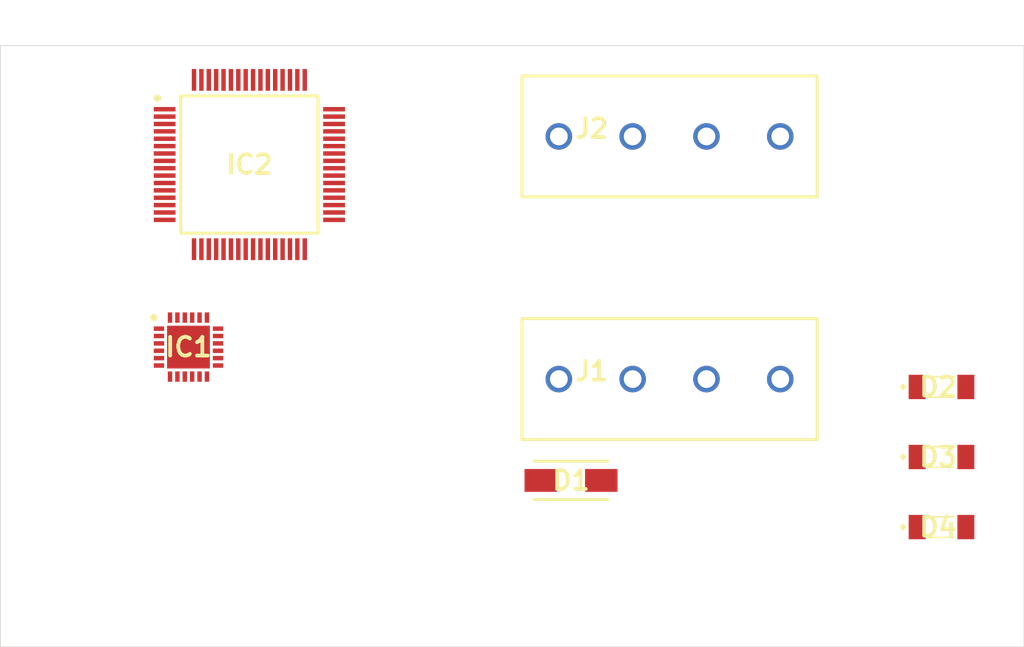
<source format=kicad_pcb>
(kicad_pcb (version 20240108) (generator "pcbnew") (generator_version "8.0")
  (layers (0 "F.Cu" signal) (31 "B.Cu" signal) (34 "B.Paste" user) (35 "F.Paste" user) (36 "B.SilkS" user "B.Silkscreen") (37 "F.SilkS" user "F.Silkscreen") (38 "B.Mask" user) (39 "F.Mask" user) (44 "Edge.Cuts" user))
  (net 0 "")
  (footprint "footprints:3-282836-2" (layer "F.Cu") (at 117.721 33.097)
    (property "Reference" "J2" (at -13.27033 8.46667 0) (layer "F.SilkS") (effects (font (size 1.27 1.27) (thickness 0.254))))
    (property "Value" "Sensor-Klemme" (hide yes))
    (fp_line (start -18 4.9) (end 2 4.9) (stroke (width 0.2)) (layer "F.SilkS"))
    (fp_line (start -18 13.1) (end -18 4.9) (stroke (width 0.2)) (layer "F.SilkS"))
    (fp_line (start 2 4.9) (end 2 13.1) (stroke (width 0.2)) (layer "F.SilkS"))
    (fp_line (start 2 13.1) (end -18 13.1) (stroke (width 0.2)) (layer "F.SilkS"))
    (pad "1" thru_hole circle (at -15.5 9) (size 1.8 1.8) (drill 1.2) (layers "*.Cu" "*.Mask"))
    (pad "2" thru_hole circle (at -10.5 9) (size 1.8 1.8) (drill 1.2) (layers "*.Cu" "*.Mask"))
    (pad "3" thru_hole circle (at -5.5 9) (size 1.8 1.8) (drill 1.2) (layers "*.Cu" "*.Mask"))
    (pad "4" thru_hole circle (at -0.5 9) (size 1.8 1.8) (drill 1.2) (layers "*.Cu" "*.Mask"))
  )
  (footprint "footprints:FDLL4448" (layer "F.Cu") (at 128.144 63.83)
    (property "Reference" "D3" (at -0.237 0 0) (layer "F.SilkS") (effects (font (size 1.27 1.27) (thickness 0.254))))
    (property "Value" "LL4148" (hide yes))
    (fp_line (start -2.6 -0.1) (end -2.6 -0.1) (stroke (width 0.2)) (layer "F.SilkS"))
    (fp_line (start -2.6 0.1) (end -2.6 0.1) (stroke (width 0.2)) (layer "F.SilkS"))
    (fp_line (start -0.9 -0.7) (end 0.9 -0.7) (stroke (width 0.1)) (layer "F.SilkS"))
    (fp_line (start -0.9 0.7) (end 0.9 0.7) (stroke (width 0.1)) (layer "F.SilkS"))
    (fp_arc (start -2.6 -0.1) (mid -2.5 0) (end -2.6 0.1) (stroke (width 0.2)) (layer "F.SilkS"))
    (fp_arc (start -2.6 0.1) (mid -2.7 0) (end -2.6 -0.1) (stroke (width 0.2)) (layer "F.SilkS"))
    (pad "1" smd rect (at -1.65 0) (size 1.15 1.65) (layers "F.Cu" "F.Paste" "F.Mask"))
    (pad "2" smd rect (at 1.65 0) (size 1.15 1.65) (layers "F.Cu" "F.Paste" "F.Mask"))
  )
  (footprint "footprints:QFN50P400X400X100-25N-D" (layer "F.Cu") (at 77.132 56.377)
    (property "Reference" "IC1" (at 0 0 0) (layer "F.SilkS") (effects (font (size 1.27 1.27) (thickness 0.254))))
    (property "Value" "STKNXTR" (hide yes))
    (fp_circle (center -2.35 -2) (end -2.35 -1.875) (stroke (width 0.25)) (fill none) (layer "F.SilkS"))
    (pad "1" smd rect (at -2 -1.25 90) (size 0.3 0.7) (layers "F.Cu" "F.Paste" "F.Mask"))
    (pad "2" smd rect (at -2 -0.75 90) (size 0.3 0.7) (layers "F.Cu" "F.Paste" "F.Mask"))
    (pad "3" smd rect (at -2 -0.25 90) (size 0.3 0.7) (layers "F.Cu" "F.Paste" "F.Mask"))
    (pad "4" smd rect (at -2 0.25 90) (size 0.3 0.7) (layers "F.Cu" "F.Paste" "F.Mask"))
    (pad "5" smd rect (at -2 0.75 90) (size 0.3 0.7) (layers "F.Cu" "F.Paste" "F.Mask"))
    (pad "6" smd rect (at -2 1.25 90) (size 0.3 0.7) (layers "F.Cu" "F.Paste" "F.Mask"))
    (pad "7" smd rect (at -1.25 2) (size 0.3 0.7) (layers "F.Cu" "F.Paste" "F.Mask"))
    (pad "8" smd rect (at -0.75 2) (size 0.3 0.7) (layers "F.Cu" "F.Paste" "F.Mask"))
    (pad "9" smd rect (at -0.25 2) (size 0.3 0.7) (layers "F.Cu" "F.Paste" "F.Mask"))
    (pad "10" smd rect (at 0.25 2) (size 0.3 0.7) (layers "F.Cu" "F.Paste" "F.Mask"))
    (pad "11" smd rect (at 0.75 2) (size 0.3 0.7) (layers "F.Cu" "F.Paste" "F.Mask"))
    (pad "12" smd rect (at 1.25 2) (size 0.3 0.7) (layers "F.Cu" "F.Paste" "F.Mask"))
    (pad "13" smd rect (at 2 1.25 90) (size 0.3 0.7) (layers "F.Cu" "F.Paste" "F.Mask"))
    (pad "14" smd rect (at 2 0.75 90) (size 0.3 0.7) (layers "F.Cu" "F.Paste" "F.Mask"))
    (pad "15" smd rect (at 2 0.25 90) (size 0.3 0.7) (layers "F.Cu" "F.Paste" "F.Mask"))
    (pad "16" smd rect (at 2 -0.25 90) (size 0.3 0.7) (layers "F.Cu" "F.Paste" "F.Mask"))
    (pad "17" smd rect (at 2 -0.75 90) (size 0.3 0.7) (layers "F.Cu" "F.Paste" "F.Mask"))
    (pad "18" smd rect (at 2 -1.25 90) (size 0.3 0.7) (layers "F.Cu" "F.Paste" "F.Mask"))
    (pad "19" smd rect (at 1.25 -2) (size 0.3 0.7) (layers "F.Cu" "F.Paste" "F.Mask"))
    (pad "20" smd rect (at 0.75 -2) (size 0.3 0.7) (layers "F.Cu" "F.Paste" "F.Mask"))
    (pad "21" smd rect (at 0.25 -2) (size 0.3 0.7) (layers "F.Cu" "F.Paste" "F.Mask"))
    (pad "22" smd rect (at -0.25 -2) (size 0.3 0.7) (layers "F.Cu" "F.Paste" "F.Mask"))
    (pad "23" smd rect (at -0.75 -2) (size 0.3 0.7) (layers "F.Cu" "F.Paste" "F.Mask"))
    (pad "24" smd rect (at -1.25 -2) (size 0.3 0.7) (layers "F.Cu" "F.Paste" "F.Mask"))
    (pad "25" smd rect (at 0 0) (size 2.9 2.9) (layers "F.Cu" "F.Paste" "F.Mask"))
  )
  (footprint "footprints:FDLL4448" (layer "F.Cu") (at 128.144 68.58)
    (property "Reference" "D4" (at -0.237 0 0) (layer "F.SilkS") (effects (font (size 1.27 1.27) (thickness 0.254))))
    (property "Value" "LL4148" (hide yes))
    (fp_line (start -2.6 -0.1) (end -2.6 -0.1) (stroke (width 0.2)) (layer "F.SilkS"))
    (fp_line (start -2.6 0.1) (end -2.6 0.1) (stroke (width 0.2)) (layer "F.SilkS"))
    (fp_line (start -0.9 -0.7) (end 0.9 -0.7) (stroke (width 0.1)) (layer "F.SilkS"))
    (fp_line (start -0.9 0.7) (end 0.9 0.7) (stroke (width 0.1)) (layer "F.SilkS"))
    (fp_arc (start -2.6 -0.1) (mid -2.5 0) (end -2.6 0.1) (stroke (width 0.2)) (layer "F.SilkS"))
    (fp_arc (start -2.6 0.1) (mid -2.7 0) (end -2.6 -0.1) (stroke (width 0.2)) (layer "F.SilkS"))
    (pad "1" smd rect (at -1.65 0) (size 1.15 1.65) (layers "F.Cu" "F.Paste" "F.Mask"))
    (pad "2" smd rect (at 1.65 0) (size 1.15 1.65) (layers "F.Cu" "F.Paste" "F.Mask"))
  )
  (footprint "footprints:3-282836-2" (layer "F.Cu") (at 117.721 49.547)
    (property "Reference" "J1" (at -13.27033 8.46667 0) (layer "F.SilkS") (effects (font (size 1.27 1.27) (thickness 0.254))))
    (property "Value" "KNX-Klemme" (hide yes))
    (fp_line (start -18 4.9) (end 2 4.9) (stroke (width 0.2)) (layer "F.SilkS"))
    (fp_line (start -18 13.1) (end -18 4.9) (stroke (width 0.2)) (layer "F.SilkS"))
    (fp_line (start 2 4.9) (end 2 13.1) (stroke (width 0.2)) (layer "F.SilkS"))
    (fp_line (start 2 13.1) (end -18 13.1) (stroke (width 0.2)) (layer "F.SilkS"))
    (pad "1" thru_hole circle (at -15.5 9) (size 1.8 1.8) (drill 1.2) (layers "*.Cu" "*.Mask"))
    (pad "2" thru_hole circle (at -10.5 9) (size 1.8 1.8) (drill 1.2) (layers "*.Cu" "*.Mask"))
    (pad "3" thru_hole circle (at -5.5 9) (size 1.8 1.8) (drill 1.2) (layers "*.Cu" "*.Mask"))
    (pad "4" thru_hole circle (at -0.5 9) (size 1.8 1.8) (drill 1.2) (layers "*.Cu" "*.Mask"))
  )
  (footprint "footprints:FDLL4448" (layer "F.Cu") (at 128.144 59.08)
    (property "Reference" "D2" (at -0.237 0 0) (layer "F.SilkS") (effects (font (size 1.27 1.27) (thickness 0.254))))
    (property "Value" "LL4148" (hide yes))
    (fp_line (start -2.6 -0.1) (end -2.6 -0.1) (stroke (width 0.2)) (layer "F.SilkS"))
    (fp_line (start -2.6 0.1) (end -2.6 0.1) (stroke (width 0.2)) (layer "F.SilkS"))
    (fp_line (start -0.9 -0.7) (end 0.9 -0.7) (stroke (width 0.1)) (layer "F.SilkS"))
    (fp_line (start -0.9 0.7) (end 0.9 0.7) (stroke (width 0.1)) (layer "F.SilkS"))
    (fp_arc (start -2.6 -0.1) (mid -2.5 0) (end -2.6 0.1) (stroke (width 0.2)) (layer "F.SilkS"))
    (fp_arc (start -2.6 0.1) (mid -2.7 0) (end -2.6 -0.1) (stroke (width 0.2)) (layer "F.SilkS"))
    (pad "1" smd rect (at -1.65 0) (size 1.15 1.65) (layers "F.Cu" "F.Paste" "F.Mask"))
    (pad "2" smd rect (at 1.65 0) (size 1.15 1.65) (layers "F.Cu" "F.Paste" "F.Mask"))
  )
  (footprint "footprints:QFP50P1200X1200X120-64N" (layer "F.Cu") (at 81.257 44.002)
    (property "Reference" "IC2" (at 0 0 0) (layer "F.SilkS") (effects (font (size 1.27 1.27) (thickness 0.254))))
    (property "Value" "PIC32MX330F064H-I_PT" (hide yes))
    (fp_line (start -4.65 -4.65) (end 4.65 -4.65) (stroke (width 0.2)) (layer "F.SilkS"))
    (fp_line (start -4.65 4.65) (end -4.65 -4.65) (stroke (width 0.2)) (layer "F.SilkS"))
    (fp_line (start 4.65 -4.65) (end 4.65 4.65) (stroke (width 0.2)) (layer "F.SilkS"))
    (fp_line (start 4.65 4.65) (end -4.65 4.65) (stroke (width 0.2)) (layer "F.SilkS"))
    (fp_circle (center -6.225 -4.5) (end -6.225 -4.375) (stroke (width 0.25)) (fill none) (layer "F.SilkS"))
    (pad "1" smd rect (at -5.738 -3.75 90) (size 0.3 1.475) (layers "F.Cu" "F.Paste" "F.Mask"))
    (pad "2" smd rect (at -5.738 -3.25 90) (size 0.3 1.475) (layers "F.Cu" "F.Paste" "F.Mask"))
    (pad "3" smd rect (at -5.738 -2.75 90) (size 0.3 1.475) (layers "F.Cu" "F.Paste" "F.Mask"))
    (pad "4" smd rect (at -5.738 -2.25 90) (size 0.3 1.475) (layers "F.Cu" "F.Paste" "F.Mask"))
    (pad "5" smd rect (at -5.738 -1.75 90) (size 0.3 1.475) (layers "F.Cu" "F.Paste" "F.Mask"))
    (pad "6" smd rect (at -5.738 -1.25 90) (size 0.3 1.475) (layers "F.Cu" "F.Paste" "F.Mask"))
    (pad "7" smd rect (at -5.738 -0.75 90) (size 0.3 1.475) (layers "F.Cu" "F.Paste" "F.Mask"))
    (pad "8" smd rect (at -5.738 -0.25 90) (size 0.3 1.475) (layers "F.Cu" "F.Paste" "F.Mask"))
    (pad "9" smd rect (at -5.738 0.25 90) (size 0.3 1.475) (layers "F.Cu" "F.Paste" "F.Mask"))
    (pad "10" smd rect (at -5.738 0.75 90) (size 0.3 1.475) (layers "F.Cu" "F.Paste" "F.Mask"))
    (pad "11" smd rect (at -5.738 1.25 90) (size 0.3 1.475) (layers "F.Cu" "F.Paste" "F.Mask"))
    (pad "12" smd rect (at -5.738 1.75 90) (size 0.3 1.475) (layers "F.Cu" "F.Paste" "F.Mask"))
    (pad "13" smd rect (at -5.738 2.25 90) (size 0.3 1.475) (layers "F.Cu" "F.Paste" "F.Mask"))
    (pad "14" smd rect (at -5.738 2.75 90) (size 0.3 1.475) (layers "F.Cu" "F.Paste" "F.Mask"))
    (pad "15" smd rect (at -5.738 3.25 90) (size 0.3 1.475) (layers "F.Cu" "F.Paste" "F.Mask"))
    (pad "16" smd rect (at -5.738 3.75 90) (size 0.3 1.475) (layers "F.Cu" "F.Paste" "F.Mask"))
    (pad "17" smd rect (at -3.75 5.738) (size 0.3 1.475) (layers "F.Cu" "F.Paste" "F.Mask"))
    (pad "18" smd rect (at -3.25 5.738) (size 0.3 1.475) (layers "F.Cu" "F.Paste" "F.Mask"))
    (pad "19" smd rect (at -2.75 5.738) (size 0.3 1.475) (layers "F.Cu" "F.Paste" "F.Mask"))
    (pad "20" smd rect (at -2.25 5.738) (size 0.3 1.475) (layers "F.Cu" "F.Paste" "F.Mask"))
    (pad "21" smd rect (at -1.75 5.738) (size 0.3 1.475) (layers "F.Cu" "F.Paste" "F.Mask"))
    (pad "22" smd rect (at -1.25 5.738) (size 0.3 1.475) (layers "F.Cu" "F.Paste" "F.Mask"))
    (pad "23" smd rect (at -0.75 5.738) (size 0.3 1.475) (layers "F.Cu" "F.Paste" "F.Mask"))
    (pad "24" smd rect (at -0.25 5.738) (size 0.3 1.475) (layers "F.Cu" "F.Paste" "F.Mask"))
    (pad "25" smd rect (at 0.25 5.738) (size 0.3 1.475) (layers "F.Cu" "F.Paste" "F.Mask"))
    (pad "26" smd rect (at 0.75 5.738) (size 0.3 1.475) (layers "F.Cu" "F.Paste" "F.Mask"))
    (pad "27" smd rect (at 1.25 5.738) (size 0.3 1.475) (layers "F.Cu" "F.Paste" "F.Mask"))
    (pad "28" smd rect (at 1.75 5.738) (size 0.3 1.475) (layers "F.Cu" "F.Paste" "F.Mask"))
    (pad "29" smd rect (at 2.25 5.738) (size 0.3 1.475) (layers "F.Cu" "F.Paste" "F.Mask"))
    (pad "30" smd rect (at 2.75 5.738) (size 0.3 1.475) (layers "F.Cu" "F.Paste" "F.Mask"))
    (pad "31" smd rect (at 3.25 5.738) (size 0.3 1.475) (layers "F.Cu" "F.Paste" "F.Mask"))
    (pad "32" smd rect (at 3.75 5.738) (size 0.3 1.475) (layers "F.Cu" "F.Paste" "F.Mask"))
    (pad "33" smd rect (at 5.738 3.75 90) (size 0.3 1.475) (layers "F.Cu" "F.Paste" "F.Mask"))
    (pad "34" smd rect (at 5.738 3.25 90) (size 0.3 1.475) (layers "F.Cu" "F.Paste" "F.Mask"))
    (pad "35" smd rect (at 5.738 2.75 90) (size 0.3 1.475) (layers "F.Cu" "F.Paste" "F.Mask"))
    (pad "36" smd rect (at 5.738 2.25 90) (size 0.3 1.475) (layers "F.Cu" "F.Paste" "F.Mask"))
    (pad "37" smd rect (at 5.738 1.75 90) (size 0.3 1.475) (layers "F.Cu" "F.Paste" "F.Mask"))
    (pad "38" smd rect (at 5.738 1.25 90) (size 0.3 1.475) (layers "F.Cu" "F.Paste" "F.Mask"))
    (pad "39" smd rect (at 5.738 0.75 90) (size 0.3 1.475) (layers "F.Cu" "F.Paste" "F.Mask"))
    (pad "40" smd rect (at 5.738 0.25 90) (size 0.3 1.475) (layers "F.Cu" "F.Paste" "F.Mask"))
    (pad "41" smd rect (at 5.738 -0.25 90) (size 0.3 1.475) (layers "F.Cu" "F.Paste" "F.Mask"))
    (pad "42" smd rect (at 5.738 -0.75 90) (size 0.3 1.475) (layers "F.Cu" "F.Paste" "F.Mask"))
    (pad "43" smd rect (at 5.738 -1.25 90) (size 0.3 1.475) (layers "F.Cu" "F.Paste" "F.Mask"))
    (pad "44" smd rect (at 5.738 -1.75 90) (size 0.3 1.475) (layers "F.Cu" "F.Paste" "F.Mask"))
    (pad "45" smd rect (at 5.738 -2.25 90) (size 0.3 1.475) (layers "F.Cu" "F.Paste" "F.Mask"))
    (pad "46" smd rect (at 5.738 -2.75 90) (size 0.3 1.475) (layers "F.Cu" "F.Paste" "F.Mask"))
    (pad "47" smd rect (at 5.738 -3.25 90) (size 0.3 1.475) (layers "F.Cu" "F.Paste" "F.Mask"))
    (pad "48" smd rect (at 5.738 -3.75 90) (size 0.3 1.475) (layers "F.Cu" "F.Paste" "F.Mask"))
    (pad "49" smd rect (at 3.75 -5.738) (size 0.3 1.475) (layers "F.Cu" "F.Paste" "F.Mask"))
    (pad "50" smd rect (at 3.25 -5.738) (size 0.3 1.475) (layers "F.Cu" "F.Paste" "F.Mask"))
    (pad "51" smd rect (at 2.75 -5.738) (size 0.3 1.475) (layers "F.Cu" "F.Paste" "F.Mask"))
    (pad "52" smd rect (at 2.25 -5.738) (size 0.3 1.475) (layers "F.Cu" "F.Paste" "F.Mask"))
    (pad "53" smd rect (at 1.75 -5.738) (size 0.3 1.475) (layers "F.Cu" "F.Paste" "F.Mask"))
    (pad "54" smd rect (at 1.25 -5.738) (size 0.3 1.475) (layers "F.Cu" "F.Paste" "F.Mask"))
    (pad "55" smd rect (at 0.75 -5.738) (size 0.3 1.475) (layers "F.Cu" "F.Paste" "F.Mask"))
    (pad "56" smd rect (at 0.25 -5.738) (size 0.3 1.475) (layers "F.Cu" "F.Paste" "F.Mask"))
    (pad "57" smd rect (at -0.25 -5.738) (size 0.3 1.475) (layers "F.Cu" "F.Paste" "F.Mask"))
    (pad "58" smd rect (at -0.75 -5.738) (size 0.3 1.475) (layers "F.Cu" "F.Paste" "F.Mask"))
    (pad "59" smd rect (at -1.25 -5.738) (size 0.3 1.475) (layers "F.Cu" "F.Paste" "F.Mask"))
    (pad "60" smd rect (at -1.75 -5.738) (size 0.3 1.475) (layers "F.Cu" "F.Paste" "F.Mask"))
    (pad "61" smd rect (at -2.25 -5.738) (size 0.3 1.475) (layers "F.Cu" "F.Paste" "F.Mask"))
    (pad "62" smd rect (at -2.75 -5.738) (size 0.3 1.475) (layers "F.Cu" "F.Paste" "F.Mask"))
    (pad "63" smd rect (at -3.25 -5.738) (size 0.3 1.475) (layers "F.Cu" "F.Paste" "F.Mask"))
    (pad "64" smd rect (at -3.75 -5.738) (size 0.3 1.475) (layers "F.Cu" "F.Paste" "F.Mask"))
  )
  (footprint "footprints:DIONM5026X229N" (layer "F.Cu") (at 103.046 65.417)
    (property "Reference" "D1" (at 0 0 0) (layer "F.SilkS") (effects (font (size 1.27 1.27) (thickness 0.254))))
    (property "Value" "SMAJ40CA" (hide yes))
    (fp_line (start -2.52 1.298) (end 2.52 1.298) (stroke (width 0.2)) (layer "F.SilkS"))
    (fp_line (start 2.52 -1.298) (end -2.52 -1.298) (stroke (width 0.2)) (layer "F.SilkS"))
    (pad "1" smd rect (at -2.05 0 90) (size 1.55 2.2) (layers "F.Cu" "F.Paste" "F.Mask"))
    (pad "2" smd rect (at 2.05 0 90) (size 1.55 2.2) (layers "F.Cu" "F.Paste" "F.Mask"))
  )
  (gr_rect (start 64.389 35.941) (end 133.731 76.708) (stroke (width 0.05)) (fill none) (layer "Edge.Cuts"))
)
</source>
